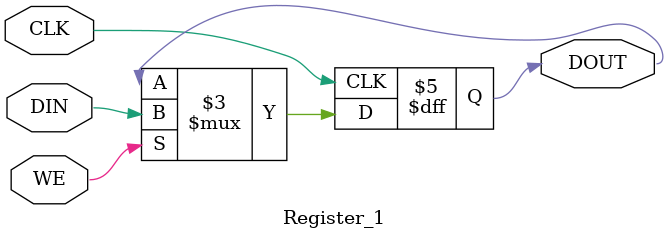
<source format=v>
`timescale 1ns / 1ps


module Register_1 (
    input wire DIN,
    input wire CLK,
    input wire WE,
    output reg DOUT
);

    always @(posedge CLK) begin
        if (WE == 1'b1) begin
            DOUT <= DIN;  // Store input in output when write enable is high
        end
    end

endmodule


</source>
